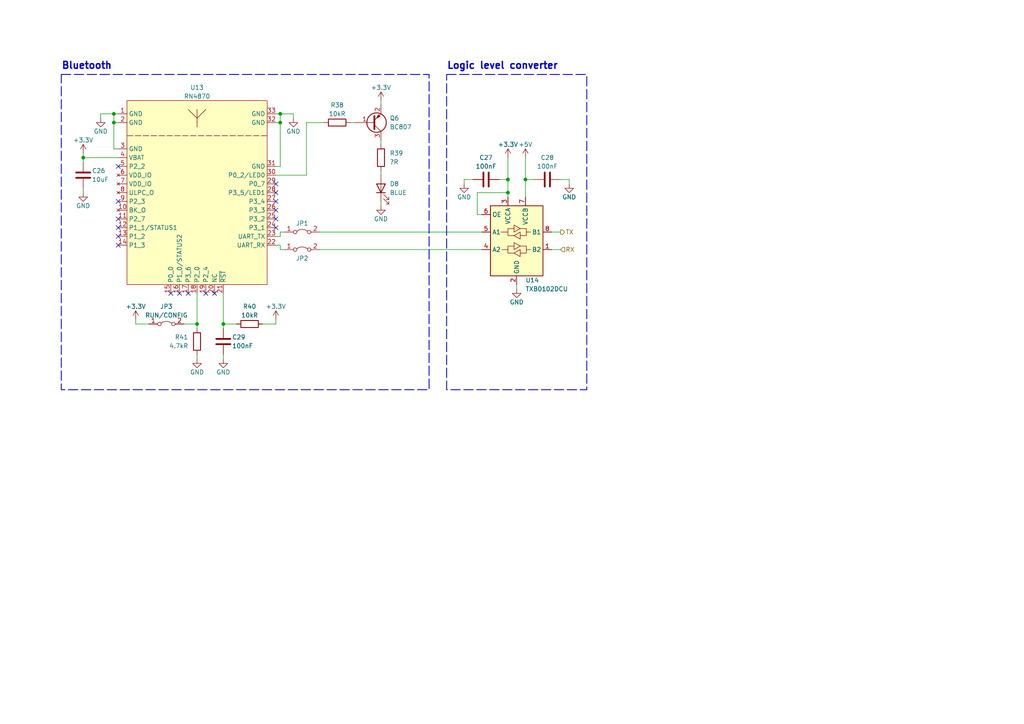
<source format=kicad_sch>
(kicad_sch (version 20230121) (generator eeschema)

  (uuid 9835eab6-cb5b-4db6-b46a-6a273450c629)

  (paper "A4")

  (lib_symbols
    (symbol "Autko:RN4870" (in_bom yes) (on_board yes)
      (property "Reference" "U" (at 0 30.48 0)
        (effects (font (size 1.27 1.27)))
      )
      (property "Value" "RN4870" (at 0 27.94 0)
        (effects (font (size 1.27 1.27)))
      )
      (property "Footprint" "" (at 12.7 30.48 0)
        (effects (font (size 1.27 1.27)) hide)
      )
      (property "Datasheet" "" (at 12.7 30.48 0)
        (effects (font (size 1.27 1.27)) hide)
      )
      (symbol "RN4870_0_1"
        (polyline
          (pts
            (xy 0 19.05)
            (xy 0 24.13)
          )
          (stroke (width 0) (type default))
          (fill (type none))
        )
        (polyline
          (pts
            (xy 2.54 24.13)
            (xy 0 21.59)
            (xy -2.54 24.13)
          )
          (stroke (width 0) (type default))
          (fill (type none))
        )
      )
      (symbol "RN4870_1_1"
        (rectangle (start -20.32 26.67) (end 20.32 -26.67)
          (stroke (width 0) (type default))
          (fill (type background))
        )
        (polyline
          (pts
            (xy 20.32 16.51)
            (xy -20.32 16.51)
          )
          (stroke (width 0) (type dash))
          (fill (type none))
        )
        (pin power_in line (at -22.86 22.86 0) (length 2.54)
          (name "GND" (effects (font (size 1.27 1.27))))
          (number "1" (effects (font (size 1.27 1.27))))
        )
        (pin no_connect line (at -22.86 -5.08 0) (length 2.54)
          (name "BK_O" (effects (font (size 1.27 1.27))))
          (number "10" (effects (font (size 1.27 1.27))))
        )
        (pin output line (at -22.86 -7.62 0) (length 2.54)
          (name "P2_7" (effects (font (size 1.27 1.27))))
          (number "11" (effects (font (size 1.27 1.27))))
        )
        (pin bidirectional line (at -22.86 -10.16 0) (length 2.54)
          (name "P1_1/STATUS1" (effects (font (size 1.27 1.27))))
          (number "12" (effects (font (size 1.27 1.27))))
        )
        (pin bidirectional line (at -22.86 -12.7 0) (length 2.54)
          (name "P1_2" (effects (font (size 1.27 1.27))))
          (number "13" (effects (font (size 1.27 1.27))))
        )
        (pin bidirectional line (at -22.86 -15.24 0) (length 2.54)
          (name "P1_3" (effects (font (size 1.27 1.27))))
          (number "14" (effects (font (size 1.27 1.27))))
        )
        (pin bidirectional line (at -7.62 -29.21 90) (length 2.54)
          (name "P0_0" (effects (font (size 1.27 1.27))))
          (number "15" (effects (font (size 1.27 1.27))))
        )
        (pin bidirectional line (at -5.08 -29.21 90) (length 2.54)
          (name "P1_0/STATUS2" (effects (font (size 1.27 1.27))))
          (number "16" (effects (font (size 1.27 1.27))))
        )
        (pin bidirectional line (at -2.54 -29.21 90) (length 2.54)
          (name "P3_6" (effects (font (size 1.27 1.27))))
          (number "17" (effects (font (size 1.27 1.27))))
        )
        (pin input line (at 0 -29.21 90) (length 2.54)
          (name "P2_0" (effects (font (size 1.27 1.27))))
          (number "18" (effects (font (size 1.27 1.27))))
        )
        (pin bidirectional line (at 2.54 -29.21 90) (length 2.54)
          (name "P2_4" (effects (font (size 1.27 1.27))))
          (number "19" (effects (font (size 1.27 1.27))))
        )
        (pin power_in line (at -22.86 20.32 0) (length 2.54)
          (name "GND" (effects (font (size 1.27 1.27))))
          (number "2" (effects (font (size 1.27 1.27))))
        )
        (pin no_connect line (at 5.08 -29.21 90) (length 2.54)
          (name "NC" (effects (font (size 1.27 1.27))))
          (number "20" (effects (font (size 1.27 1.27))))
        )
        (pin input line (at 7.62 -29.21 90) (length 2.54)
          (name "~{RST}" (effects (font (size 1.27 1.27))))
          (number "21" (effects (font (size 1.27 1.27))))
        )
        (pin input line (at 22.86 -15.24 180) (length 2.54)
          (name "UART_RX" (effects (font (size 1.27 1.27))))
          (number "22" (effects (font (size 1.27 1.27))))
        )
        (pin output line (at 22.86 -12.7 180) (length 2.54)
          (name "UART_TX" (effects (font (size 1.27 1.27))))
          (number "23" (effects (font (size 1.27 1.27))))
        )
        (pin bidirectional line (at 22.86 -10.16 180) (length 2.54)
          (name "P3_1" (effects (font (size 1.27 1.27))))
          (number "24" (effects (font (size 1.27 1.27))))
        )
        (pin input line (at 22.86 -7.62 180) (length 2.54)
          (name "P3_2" (effects (font (size 1.27 1.27))))
          (number "25" (effects (font (size 1.27 1.27))))
        )
        (pin input line (at 22.86 -5.08 180) (length 2.54)
          (name "P3_3" (effects (font (size 1.27 1.27))))
          (number "26" (effects (font (size 1.27 1.27))))
        )
        (pin input line (at 22.86 -2.54 180) (length 2.54)
          (name "P3_4" (effects (font (size 1.27 1.27))))
          (number "27" (effects (font (size 1.27 1.27))))
        )
        (pin bidirectional line (at 22.86 0 180) (length 2.54)
          (name "P3_5/LED1" (effects (font (size 1.27 1.27))))
          (number "28" (effects (font (size 1.27 1.27))))
        )
        (pin bidirectional line (at 22.86 2.54 180) (length 2.54)
          (name "P0_7" (effects (font (size 1.27 1.27))))
          (number "29" (effects (font (size 1.27 1.27))))
        )
        (pin power_in line (at -22.86 12.7 0) (length 2.54)
          (name "GND" (effects (font (size 1.27 1.27))))
          (number "3" (effects (font (size 1.27 1.27))))
        )
        (pin bidirectional line (at 22.86 5.08 180) (length 2.54)
          (name "P0_2/LED0" (effects (font (size 1.27 1.27))))
          (number "30" (effects (font (size 1.27 1.27))))
        )
        (pin power_in line (at 22.86 7.62 180) (length 2.54)
          (name "GND" (effects (font (size 1.27 1.27))))
          (number "31" (effects (font (size 1.27 1.27))))
        )
        (pin power_in line (at 22.86 20.32 180) (length 2.54)
          (name "GND" (effects (font (size 1.27 1.27))))
          (number "32" (effects (font (size 1.27 1.27))))
        )
        (pin power_in line (at 22.86 22.86 180) (length 2.54)
          (name "GND" (effects (font (size 1.27 1.27))))
          (number "33" (effects (font (size 1.27 1.27))))
        )
        (pin power_in line (at -22.86 10.16 0) (length 2.54)
          (name "VBAT" (effects (font (size 1.27 1.27))))
          (number "4" (effects (font (size 1.27 1.27))))
        )
        (pin bidirectional line (at -22.86 7.62 0) (length 2.54)
          (name "P2_2" (effects (font (size 1.27 1.27))))
          (number "5" (effects (font (size 1.27 1.27))))
        )
        (pin no_connect line (at -22.86 5.08 0) (length 2.54)
          (name "VDD_IO" (effects (font (size 1.27 1.27))))
          (number "6" (effects (font (size 1.27 1.27))))
        )
        (pin no_connect line (at -22.86 2.54 0) (length 2.54)
          (name "VDD_IO" (effects (font (size 1.27 1.27))))
          (number "7" (effects (font (size 1.27 1.27))))
        )
        (pin no_connect line (at -22.86 0 0) (length 2.54)
          (name "ULPC_O" (effects (font (size 1.27 1.27))))
          (number "8" (effects (font (size 1.27 1.27))))
        )
        (pin bidirectional line (at -22.86 -2.54 0) (length 2.54)
          (name "P2_3" (effects (font (size 1.27 1.27))))
          (number "9" (effects (font (size 1.27 1.27))))
        )
      )
    )
    (symbol "Device:C" (pin_numbers hide) (pin_names (offset 0.254)) (in_bom yes) (on_board yes)
      (property "Reference" "C" (at 0.635 2.54 0)
        (effects (font (size 1.27 1.27)) (justify left))
      )
      (property "Value" "C" (at 0.635 -2.54 0)
        (effects (font (size 1.27 1.27)) (justify left))
      )
      (property "Footprint" "" (at 0.9652 -3.81 0)
        (effects (font (size 1.27 1.27)) hide)
      )
      (property "Datasheet" "~" (at 0 0 0)
        (effects (font (size 1.27 1.27)) hide)
      )
      (property "ki_keywords" "cap capacitor" (at 0 0 0)
        (effects (font (size 1.27 1.27)) hide)
      )
      (property "ki_description" "Unpolarized capacitor" (at 0 0 0)
        (effects (font (size 1.27 1.27)) hide)
      )
      (property "ki_fp_filters" "C_*" (at 0 0 0)
        (effects (font (size 1.27 1.27)) hide)
      )
      (symbol "C_0_1"
        (polyline
          (pts
            (xy -2.032 -0.762)
            (xy 2.032 -0.762)
          )
          (stroke (width 0.508) (type default))
          (fill (type none))
        )
        (polyline
          (pts
            (xy -2.032 0.762)
            (xy 2.032 0.762)
          )
          (stroke (width 0.508) (type default))
          (fill (type none))
        )
      )
      (symbol "C_1_1"
        (pin passive line (at 0 3.81 270) (length 2.794)
          (name "~" (effects (font (size 1.27 1.27))))
          (number "1" (effects (font (size 1.27 1.27))))
        )
        (pin passive line (at 0 -3.81 90) (length 2.794)
          (name "~" (effects (font (size 1.27 1.27))))
          (number "2" (effects (font (size 1.27 1.27))))
        )
      )
    )
    (symbol "Device:LED" (pin_numbers hide) (pin_names (offset 1.016) hide) (in_bom yes) (on_board yes)
      (property "Reference" "D" (at 0 2.54 0)
        (effects (font (size 1.27 1.27)))
      )
      (property "Value" "LED" (at 0 -2.54 0)
        (effects (font (size 1.27 1.27)))
      )
      (property "Footprint" "" (at 0 0 0)
        (effects (font (size 1.27 1.27)) hide)
      )
      (property "Datasheet" "~" (at 0 0 0)
        (effects (font (size 1.27 1.27)) hide)
      )
      (property "ki_keywords" "LED diode" (at 0 0 0)
        (effects (font (size 1.27 1.27)) hide)
      )
      (property "ki_description" "Light emitting diode" (at 0 0 0)
        (effects (font (size 1.27 1.27)) hide)
      )
      (property "ki_fp_filters" "LED* LED_SMD:* LED_THT:*" (at 0 0 0)
        (effects (font (size 1.27 1.27)) hide)
      )
      (symbol "LED_0_1"
        (polyline
          (pts
            (xy -1.27 -1.27)
            (xy -1.27 1.27)
          )
          (stroke (width 0.254) (type default))
          (fill (type none))
        )
        (polyline
          (pts
            (xy -1.27 0)
            (xy 1.27 0)
          )
          (stroke (width 0) (type default))
          (fill (type none))
        )
        (polyline
          (pts
            (xy 1.27 -1.27)
            (xy 1.27 1.27)
            (xy -1.27 0)
            (xy 1.27 -1.27)
          )
          (stroke (width 0.254) (type default))
          (fill (type none))
        )
        (polyline
          (pts
            (xy -3.048 -0.762)
            (xy -4.572 -2.286)
            (xy -3.81 -2.286)
            (xy -4.572 -2.286)
            (xy -4.572 -1.524)
          )
          (stroke (width 0) (type default))
          (fill (type none))
        )
        (polyline
          (pts
            (xy -1.778 -0.762)
            (xy -3.302 -2.286)
            (xy -2.54 -2.286)
            (xy -3.302 -2.286)
            (xy -3.302 -1.524)
          )
          (stroke (width 0) (type default))
          (fill (type none))
        )
      )
      (symbol "LED_1_1"
        (pin passive line (at -3.81 0 0) (length 2.54)
          (name "K" (effects (font (size 1.27 1.27))))
          (number "1" (effects (font (size 1.27 1.27))))
        )
        (pin passive line (at 3.81 0 180) (length 2.54)
          (name "A" (effects (font (size 1.27 1.27))))
          (number "2" (effects (font (size 1.27 1.27))))
        )
      )
    )
    (symbol "Device:R" (pin_numbers hide) (pin_names (offset 0)) (in_bom yes) (on_board yes)
      (property "Reference" "R" (at 2.032 0 90)
        (effects (font (size 1.27 1.27)))
      )
      (property "Value" "R" (at 0 0 90)
        (effects (font (size 1.27 1.27)))
      )
      (property "Footprint" "" (at -1.778 0 90)
        (effects (font (size 1.27 1.27)) hide)
      )
      (property "Datasheet" "~" (at 0 0 0)
        (effects (font (size 1.27 1.27)) hide)
      )
      (property "ki_keywords" "R res resistor" (at 0 0 0)
        (effects (font (size 1.27 1.27)) hide)
      )
      (property "ki_description" "Resistor" (at 0 0 0)
        (effects (font (size 1.27 1.27)) hide)
      )
      (property "ki_fp_filters" "R_*" (at 0 0 0)
        (effects (font (size 1.27 1.27)) hide)
      )
      (symbol "R_0_1"
        (rectangle (start -1.016 -2.54) (end 1.016 2.54)
          (stroke (width 0.254) (type default))
          (fill (type none))
        )
      )
      (symbol "R_1_1"
        (pin passive line (at 0 3.81 270) (length 1.27)
          (name "~" (effects (font (size 1.27 1.27))))
          (number "1" (effects (font (size 1.27 1.27))))
        )
        (pin passive line (at 0 -3.81 90) (length 1.27)
          (name "~" (effects (font (size 1.27 1.27))))
          (number "2" (effects (font (size 1.27 1.27))))
        )
      )
    )
    (symbol "Jumper:Jumper_2_Bridged" (pin_names (offset 0) hide) (in_bom yes) (on_board yes)
      (property "Reference" "JP" (at 0 1.905 0)
        (effects (font (size 1.27 1.27)))
      )
      (property "Value" "Jumper_2_Bridged" (at 0 -2.54 0)
        (effects (font (size 1.27 1.27)))
      )
      (property "Footprint" "" (at 0 0 0)
        (effects (font (size 1.27 1.27)) hide)
      )
      (property "Datasheet" "~" (at 0 0 0)
        (effects (font (size 1.27 1.27)) hide)
      )
      (property "ki_keywords" "Jumper SPST" (at 0 0 0)
        (effects (font (size 1.27 1.27)) hide)
      )
      (property "ki_description" "Jumper, 2-pole, closed/bridged" (at 0 0 0)
        (effects (font (size 1.27 1.27)) hide)
      )
      (property "ki_fp_filters" "Jumper* TestPoint*2Pads* TestPoint*Bridge*" (at 0 0 0)
        (effects (font (size 1.27 1.27)) hide)
      )
      (symbol "Jumper_2_Bridged_0_0"
        (circle (center -2.032 0) (radius 0.508)
          (stroke (width 0) (type default))
          (fill (type none))
        )
        (circle (center 2.032 0) (radius 0.508)
          (stroke (width 0) (type default))
          (fill (type none))
        )
      )
      (symbol "Jumper_2_Bridged_0_1"
        (arc (start 1.524 0.254) (mid 0 0.762) (end -1.524 0.254)
          (stroke (width 0) (type default))
          (fill (type none))
        )
      )
      (symbol "Jumper_2_Bridged_1_1"
        (pin passive line (at -5.08 0 0) (length 2.54)
          (name "A" (effects (font (size 1.27 1.27))))
          (number "1" (effects (font (size 1.27 1.27))))
        )
        (pin passive line (at 5.08 0 180) (length 2.54)
          (name "B" (effects (font (size 1.27 1.27))))
          (number "2" (effects (font (size 1.27 1.27))))
        )
      )
    )
    (symbol "Logic_LevelTranslator:TXB0102DCU" (in_bom yes) (on_board yes)
      (property "Reference" "U?" (at 1.9559 -12.7 0)
        (effects (font (size 1.27 1.27)) (justify left))
      )
      (property "Value" "TXB0102DCU" (at 1.9559 -15.24 0)
        (effects (font (size 1.27 1.27)) (justify left))
      )
      (property "Footprint" "Package_SO:VSSOP-8_2.4x2.1mm_P0.5mm" (at 0 -13.97 0)
        (effects (font (size 1.27 1.27)) hide)
      )
      (property "Datasheet" "http://www.ti.com/lit/ds/symlink/txb0102.pdf" (at 0 -0.762 0)
        (effects (font (size 1.27 1.27)) hide)
      )
      (property "ki_keywords" "Level-Shifter CMOS-TTL-Translation" (at 0 0 0)
        (effects (font (size 1.27 1.27)) hide)
      )
      (property "ki_description" "2-Bit Bidirectional Voltage-Level Translator in VSSOP Package With Auto Direction Sensing and ±15-kV ESD Protection" (at 0 0 0)
        (effects (font (size 1.27 1.27)) hide)
      )
      (property "ki_fp_filters" "VSSOP*P0.5mm*" (at 0 0 0)
        (effects (font (size 1.27 1.27)) hide)
      )
      (symbol "TXB0102DCU_0_1"
        (rectangle (start -7.62 10.16) (end 7.62 -10.16)
          (stroke (width 0.254) (type default))
          (fill (type background))
        )
        (polyline
          (pts
            (xy -2.54 -2.54)
            (xy -2.54 -1.524)
            (xy -0.762 -1.524)
          )
          (stroke (width 0) (type default))
          (fill (type none))
        )
        (polyline
          (pts
            (xy -2.54 2.54)
            (xy -2.54 3.556)
            (xy -0.762 3.556)
          )
          (stroke (width 0) (type default))
          (fill (type none))
        )
        (polyline
          (pts
            (xy 2.794 -2.54)
            (xy 2.794 -3.556)
            (xy 1.016 -3.556)
          )
          (stroke (width 0) (type default))
          (fill (type none))
        )
        (polyline
          (pts
            (xy 2.794 2.54)
            (xy 2.794 1.524)
            (xy 1.016 1.524)
          )
          (stroke (width 0) (type default))
          (fill (type none))
        )
        (polyline
          (pts
            (xy -0.762 -3.556)
            (xy -2.54 -3.556)
            (xy -2.54 -2.54)
            (xy -4.318 -2.54)
          )
          (stroke (width 0) (type default))
          (fill (type none))
        )
        (polyline
          (pts
            (xy -0.762 -2.54)
            (xy -0.762 -0.508)
            (xy 1.016 -1.524)
            (xy -0.762 -2.54)
          )
          (stroke (width 0) (type default))
          (fill (type none))
        )
        (polyline
          (pts
            (xy -0.762 1.524)
            (xy -2.54 1.524)
            (xy -2.54 2.54)
            (xy -4.572 2.54)
          )
          (stroke (width 0) (type default))
          (fill (type none))
        )
        (polyline
          (pts
            (xy -0.762 2.54)
            (xy -0.762 4.572)
            (xy 1.016 3.556)
            (xy -0.762 2.54)
          )
          (stroke (width 0) (type default))
          (fill (type none))
        )
        (polyline
          (pts
            (xy 1.016 -2.54)
            (xy 1.016 -4.572)
            (xy -0.762 -3.556)
            (xy 1.016 -2.54)
          )
          (stroke (width 0) (type default))
          (fill (type none))
        )
        (polyline
          (pts
            (xy 1.016 -1.524)
            (xy 2.794 -1.524)
            (xy 2.794 -2.54)
            (xy 4.064 -2.54)
          )
          (stroke (width 0) (type default))
          (fill (type none))
        )
        (polyline
          (pts
            (xy 1.016 3.556)
            (xy 2.794 3.556)
            (xy 2.794 2.54)
            (xy 4.064 2.54)
          )
          (stroke (width 0) (type default))
          (fill (type none))
        )
        (polyline
          (pts
            (xy 1.016 2.54)
            (xy 1.016 0.762)
            (xy 1.016 0.508)
            (xy -0.762 1.524)
            (xy 1.016 2.54)
          )
          (stroke (width 0) (type default))
          (fill (type none))
        )
      )
      (symbol "TXB0102DCU_1_1"
        (pin bidirectional line (at 10.16 -2.54 180) (length 2.54)
          (name "B2" (effects (font (size 1.27 1.27))))
          (number "1" (effects (font (size 1.27 1.27))))
        )
        (pin power_in line (at 0 -12.7 90) (length 2.54)
          (name "GND" (effects (font (size 1.27 1.27))))
          (number "2" (effects (font (size 1.27 1.27))))
        )
        (pin power_in line (at -2.54 12.7 270) (length 2.54)
          (name "VCCA" (effects (font (size 1.27 1.27))))
          (number "3" (effects (font (size 1.27 1.27))))
        )
        (pin bidirectional line (at -10.16 -2.54 0) (length 2.54)
          (name "A2" (effects (font (size 1.27 1.27))))
          (number "4" (effects (font (size 1.27 1.27))))
        )
        (pin bidirectional line (at -10.16 2.54 0) (length 2.54)
          (name "A1" (effects (font (size 1.27 1.27))))
          (number "5" (effects (font (size 1.27 1.27))))
        )
        (pin input line (at -10.16 7.62 0) (length 2.54)
          (name "OE" (effects (font (size 1.27 1.27))))
          (number "6" (effects (font (size 1.27 1.27))))
        )
        (pin power_in line (at 2.54 12.7 270) (length 2.54)
          (name "VCCB" (effects (font (size 1.27 1.27))))
          (number "7" (effects (font (size 1.27 1.27))))
        )
        (pin bidirectional line (at 10.16 2.54 180) (length 2.54)
          (name "B1" (effects (font (size 1.27 1.27))))
          (number "8" (effects (font (size 1.27 1.27))))
        )
      )
    )
    (symbol "Transistor_BJT:BC807" (pin_names (offset 0) hide) (in_bom yes) (on_board yes)
      (property "Reference" "Q" (at 5.08 1.905 0)
        (effects (font (size 1.27 1.27)) (justify left))
      )
      (property "Value" "BC807" (at 5.08 0 0)
        (effects (font (size 1.27 1.27)) (justify left))
      )
      (property "Footprint" "Package_TO_SOT_SMD:SOT-23" (at 5.08 -1.905 0)
        (effects (font (size 1.27 1.27) italic) (justify left) hide)
      )
      (property "Datasheet" "https://www.onsemi.com/pub/Collateral/BC808-D.pdf" (at 0 0 0)
        (effects (font (size 1.27 1.27)) (justify left) hide)
      )
      (property "ki_keywords" "PNP Transistor" (at 0 0 0)
        (effects (font (size 1.27 1.27)) hide)
      )
      (property "ki_description" "0.8A Ic, 45V Vce, PNP Transistor, SOT-23" (at 0 0 0)
        (effects (font (size 1.27 1.27)) hide)
      )
      (property "ki_fp_filters" "SOT?23*" (at 0 0 0)
        (effects (font (size 1.27 1.27)) hide)
      )
      (symbol "BC807_0_1"
        (polyline
          (pts
            (xy 0.635 0.635)
            (xy 2.54 2.54)
          )
          (stroke (width 0) (type default))
          (fill (type none))
        )
        (polyline
          (pts
            (xy 0.635 -0.635)
            (xy 2.54 -2.54)
            (xy 2.54 -2.54)
          )
          (stroke (width 0) (type default))
          (fill (type none))
        )
        (polyline
          (pts
            (xy 0.635 1.905)
            (xy 0.635 -1.905)
            (xy 0.635 -1.905)
          )
          (stroke (width 0.508) (type default))
          (fill (type none))
        )
        (polyline
          (pts
            (xy 2.286 -1.778)
            (xy 1.778 -2.286)
            (xy 1.27 -1.27)
            (xy 2.286 -1.778)
            (xy 2.286 -1.778)
          )
          (stroke (width 0) (type default))
          (fill (type outline))
        )
        (circle (center 1.27 0) (radius 2.8194)
          (stroke (width 0.254) (type default))
          (fill (type none))
        )
      )
      (symbol "BC807_1_1"
        (pin input line (at -5.08 0 0) (length 5.715)
          (name "B" (effects (font (size 1.27 1.27))))
          (number "1" (effects (font (size 1.27 1.27))))
        )
        (pin passive line (at 2.54 -5.08 90) (length 2.54)
          (name "E" (effects (font (size 1.27 1.27))))
          (number "2" (effects (font (size 1.27 1.27))))
        )
        (pin passive line (at 2.54 5.08 270) (length 2.54)
          (name "C" (effects (font (size 1.27 1.27))))
          (number "3" (effects (font (size 1.27 1.27))))
        )
      )
    )
    (symbol "power:+3.3V" (power) (pin_names (offset 0)) (in_bom yes) (on_board yes)
      (property "Reference" "#PWR" (at 0 -3.81 0)
        (effects (font (size 1.27 1.27)) hide)
      )
      (property "Value" "+3.3V" (at 0 3.556 0)
        (effects (font (size 1.27 1.27)))
      )
      (property "Footprint" "" (at 0 0 0)
        (effects (font (size 1.27 1.27)) hide)
      )
      (property "Datasheet" "" (at 0 0 0)
        (effects (font (size 1.27 1.27)) hide)
      )
      (property "ki_keywords" "global power" (at 0 0 0)
        (effects (font (size 1.27 1.27)) hide)
      )
      (property "ki_description" "Power symbol creates a global label with name \"+3.3V\"" (at 0 0 0)
        (effects (font (size 1.27 1.27)) hide)
      )
      (symbol "+3.3V_0_1"
        (polyline
          (pts
            (xy -0.762 1.27)
            (xy 0 2.54)
          )
          (stroke (width 0) (type default))
          (fill (type none))
        )
        (polyline
          (pts
            (xy 0 0)
            (xy 0 2.54)
          )
          (stroke (width 0) (type default))
          (fill (type none))
        )
        (polyline
          (pts
            (xy 0 2.54)
            (xy 0.762 1.27)
          )
          (stroke (width 0) (type default))
          (fill (type none))
        )
      )
      (symbol "+3.3V_1_1"
        (pin power_in line (at 0 0 90) (length 0) hide
          (name "+3.3V" (effects (font (size 1.27 1.27))))
          (number "1" (effects (font (size 1.27 1.27))))
        )
      )
    )
    (symbol "power:+5V" (power) (pin_names (offset 0)) (in_bom yes) (on_board yes)
      (property "Reference" "#PWR" (at 0 -3.81 0)
        (effects (font (size 1.27 1.27)) hide)
      )
      (property "Value" "+5V" (at 0 3.556 0)
        (effects (font (size 1.27 1.27)))
      )
      (property "Footprint" "" (at 0 0 0)
        (effects (font (size 1.27 1.27)) hide)
      )
      (property "Datasheet" "" (at 0 0 0)
        (effects (font (size 1.27 1.27)) hide)
      )
      (property "ki_keywords" "global power" (at 0 0 0)
        (effects (font (size 1.27 1.27)) hide)
      )
      (property "ki_description" "Power symbol creates a global label with name \"+5V\"" (at 0 0 0)
        (effects (font (size 1.27 1.27)) hide)
      )
      (symbol "+5V_0_1"
        (polyline
          (pts
            (xy -0.762 1.27)
            (xy 0 2.54)
          )
          (stroke (width 0) (type default))
          (fill (type none))
        )
        (polyline
          (pts
            (xy 0 0)
            (xy 0 2.54)
          )
          (stroke (width 0) (type default))
          (fill (type none))
        )
        (polyline
          (pts
            (xy 0 2.54)
            (xy 0.762 1.27)
          )
          (stroke (width 0) (type default))
          (fill (type none))
        )
      )
      (symbol "+5V_1_1"
        (pin power_in line (at 0 0 90) (length 0) hide
          (name "+5V" (effects (font (size 1.27 1.27))))
          (number "1" (effects (font (size 1.27 1.27))))
        )
      )
    )
    (symbol "power:GND" (power) (pin_names (offset 0)) (in_bom yes) (on_board yes)
      (property "Reference" "#PWR" (at 0 -6.35 0)
        (effects (font (size 1.27 1.27)) hide)
      )
      (property "Value" "GND" (at 0 -3.81 0)
        (effects (font (size 1.27 1.27)))
      )
      (property "Footprint" "" (at 0 0 0)
        (effects (font (size 1.27 1.27)) hide)
      )
      (property "Datasheet" "" (at 0 0 0)
        (effects (font (size 1.27 1.27)) hide)
      )
      (property "ki_keywords" "global power" (at 0 0 0)
        (effects (font (size 1.27 1.27)) hide)
      )
      (property "ki_description" "Power symbol creates a global label with name \"GND\" , ground" (at 0 0 0)
        (effects (font (size 1.27 1.27)) hide)
      )
      (symbol "GND_0_1"
        (polyline
          (pts
            (xy 0 0)
            (xy 0 -1.27)
            (xy 1.27 -1.27)
            (xy 0 -2.54)
            (xy -1.27 -1.27)
            (xy 0 -1.27)
          )
          (stroke (width 0) (type default))
          (fill (type none))
        )
      )
      (symbol "GND_1_1"
        (pin power_in line (at 0 0 270) (length 0) hide
          (name "GND" (effects (font (size 1.27 1.27))))
          (number "1" (effects (font (size 1.27 1.27))))
        )
      )
    )
  )

  (junction (at 147.32 52.07) (diameter 0) (color 0 0 0 0)
    (uuid 1005fb91-33ba-49ee-8aa1-494845cbd753)
  )
  (junction (at 33.02 33.02) (diameter 0) (color 0 0 0 0)
    (uuid 29d096da-0de2-449e-868e-a7bbd6ca7f32)
  )
  (junction (at 57.15 93.98) (diameter 0) (color 0 0 0 0)
    (uuid 3365341c-c8a7-465f-a37e-0657ebb07929)
  )
  (junction (at 81.28 33.02) (diameter 0) (color 0 0 0 0)
    (uuid 34bb5742-ac84-4850-9fb6-7f21ec0d8de9)
  )
  (junction (at 24.13 45.72) (diameter 0) (color 0 0 0 0)
    (uuid 4ce9e62f-adb4-486c-9599-ea33860a7d0a)
  )
  (junction (at 64.77 93.98) (diameter 0) (color 0 0 0 0)
    (uuid 63c74cf5-5426-448b-ad52-dbe78db3f539)
  )
  (junction (at 147.32 55.88) (diameter 0) (color 0 0 0 0)
    (uuid 6b95c87e-f9ab-41bf-82cb-270d8128cc46)
  )
  (junction (at 152.4 52.07) (diameter 0) (color 0 0 0 0)
    (uuid 80868b0b-3ab0-412c-9b65-625091fa99ff)
  )
  (junction (at 33.02 35.56) (diameter 0) (color 0 0 0 0)
    (uuid df223074-a7a6-4a8a-9814-48d7509b91b1)
  )
  (junction (at 81.28 35.56) (diameter 0) (color 0 0 0 0)
    (uuid f97b396f-cca8-4bb4-b96c-8c51431b5c79)
  )

  (no_connect (at 80.01 60.96) (uuid 076d9f91-e9d8-45f9-be17-c3f4684c759e))
  (no_connect (at 80.01 55.88) (uuid 0e362fcb-3fde-47f7-ac25-677f1fdab6e6))
  (no_connect (at 34.29 63.5) (uuid 16bd75f5-f562-454a-8c0b-5d3a7004cdbf))
  (no_connect (at 59.69 85.09) (uuid 17050428-f046-4962-9454-28da9923f977))
  (no_connect (at 54.61 85.09) (uuid 2343c955-018a-462f-ad79-17948c6bdd80))
  (no_connect (at 80.01 66.04) (uuid 2ec85f8a-7be6-4476-91dd-ca5a29b18236))
  (no_connect (at 34.29 48.26) (uuid 44190336-ef0d-4930-a24c-e2ffe09daeb9))
  (no_connect (at 34.29 71.12) (uuid 45efc2e2-a27d-4b9e-a853-b778990f34ad))
  (no_connect (at 80.01 58.42) (uuid 58fb434c-58e1-419b-b2b3-7290b032a6ab))
  (no_connect (at 49.53 85.09) (uuid 68a5c53e-8479-4a10-9cb8-11bc1773588d))
  (no_connect (at 80.01 53.34) (uuid 6adcfe9a-c188-48f7-a840-efd6720e068d))
  (no_connect (at 62.23 85.09) (uuid cbc58cab-1122-4415-b8d5-3dd8c43f3b16))
  (no_connect (at 34.29 68.58) (uuid d001a206-b254-4b07-b182-70d5cb350743))
  (no_connect (at 52.07 85.09) (uuid dcc55cde-9e34-4aa9-b8a4-e0abe58479e2))
  (no_connect (at 80.01 63.5) (uuid e32df1ea-1675-46ba-a293-b2af366ad4db))
  (no_connect (at 34.29 58.42) (uuid f2412826-0353-4115-8ae1-cbaf53d7d75c))
  (no_connect (at 34.29 66.04) (uuid fafb42e5-c1fb-4563-9a2c-2ce87bd5e5b2))

  (wire (pts (xy 88.9 50.8) (xy 88.9 35.56))
    (stroke (width 0) (type default))
    (uuid 008570be-3db9-46c9-b408-9200d058d451)
  )
  (wire (pts (xy 165.1 53.34) (xy 165.1 52.07))
    (stroke (width 0) (type default))
    (uuid 05161038-6b4d-40e4-b50f-bc3b5342172c)
  )
  (wire (pts (xy 81.28 71.12) (xy 80.01 71.12))
    (stroke (width 0) (type default))
    (uuid 08bd65b6-c366-44f8-b07d-880bd316d776)
  )
  (wire (pts (xy 24.13 45.72) (xy 34.29 45.72))
    (stroke (width 0) (type default))
    (uuid 0fff56a4-2c31-4c8f-83aa-99dfd8005ede)
  )
  (wire (pts (xy 29.21 33.02) (xy 33.02 33.02))
    (stroke (width 0) (type default))
    (uuid 1df9adc7-7bcd-4585-8951-913cac6e1a5d)
  )
  (wire (pts (xy 152.4 45.72) (xy 152.4 52.07))
    (stroke (width 0) (type default))
    (uuid 2789a526-b7d8-4702-a3a9-0659aed78f26)
  )
  (wire (pts (xy 138.43 62.23) (xy 139.7 62.23))
    (stroke (width 0) (type default))
    (uuid 2bd04a06-07b3-4a46-9609-2c1560756718)
  )
  (wire (pts (xy 110.49 58.42) (xy 110.49 59.69))
    (stroke (width 0) (type default))
    (uuid 2f6ecbf4-5be9-431c-8067-9d047ed86e65)
  )
  (wire (pts (xy 152.4 52.07) (xy 154.94 52.07))
    (stroke (width 0) (type default))
    (uuid 305deed4-8fa7-47c9-96b3-3c808ccd7756)
  )
  (wire (pts (xy 101.6 35.56) (xy 102.87 35.56))
    (stroke (width 0) (type default))
    (uuid 30d45aa1-c903-47be-829b-af952a2c3811)
  )
  (wire (pts (xy 24.13 45.72) (xy 24.13 46.99))
    (stroke (width 0) (type default))
    (uuid 31667d75-3705-471e-9baf-8412f751849e)
  )
  (wire (pts (xy 92.71 72.39) (xy 139.7 72.39))
    (stroke (width 0) (type default))
    (uuid 34722455-94f6-4d85-9a31-f3f92729c56d)
  )
  (wire (pts (xy 81.28 68.58) (xy 80.01 68.58))
    (stroke (width 0) (type default))
    (uuid 35bcfa82-2459-4f5e-b8df-20151bfebdea)
  )
  (wire (pts (xy 81.28 72.39) (xy 81.28 71.12))
    (stroke (width 0) (type default))
    (uuid 35f27da1-8c8d-42a5-a999-4e09d2930a92)
  )
  (wire (pts (xy 138.43 55.88) (xy 138.43 62.23))
    (stroke (width 0) (type default))
    (uuid 37341a18-1bdc-4848-98f6-50afe564e3b5)
  )
  (wire (pts (xy 81.28 33.02) (xy 80.01 33.02))
    (stroke (width 0) (type default))
    (uuid 4355efda-d412-4dcb-9693-fd233368a181)
  )
  (wire (pts (xy 57.15 93.98) (xy 57.15 95.25))
    (stroke (width 0) (type default))
    (uuid 481e80c1-aa3b-4df9-8f7e-107a9b35804b)
  )
  (wire (pts (xy 85.09 33.02) (xy 81.28 33.02))
    (stroke (width 0) (type default))
    (uuid 49334919-1474-4036-8ff5-957f7eb37b7c)
  )
  (wire (pts (xy 57.15 85.09) (xy 57.15 93.98))
    (stroke (width 0) (type default))
    (uuid 4b941ee6-8185-4e82-bcc9-3f625e4e45ab)
  )
  (wire (pts (xy 147.32 55.88) (xy 147.32 57.15))
    (stroke (width 0) (type default))
    (uuid 4bbf231b-79ed-4ae3-b969-fc080fb587ac)
  )
  (wire (pts (xy 64.77 93.98) (xy 64.77 95.25))
    (stroke (width 0) (type default))
    (uuid 4d0366b2-59cd-4aa3-82b1-22aabe5f1fe4)
  )
  (wire (pts (xy 64.77 102.87) (xy 64.77 104.14))
    (stroke (width 0) (type default))
    (uuid 54d005e9-d174-475e-a9b1-bc1102680f14)
  )
  (wire (pts (xy 29.21 34.29) (xy 29.21 33.02))
    (stroke (width 0) (type default))
    (uuid 550e46a6-9ce3-4b3c-ae67-c531a111c037)
  )
  (wire (pts (xy 149.86 82.55) (xy 149.86 83.82))
    (stroke (width 0) (type default))
    (uuid 55be34f4-c858-4090-820b-3d6f3fd655fa)
  )
  (wire (pts (xy 160.02 72.39) (xy 162.56 72.39))
    (stroke (width 0) (type default))
    (uuid 58c83c41-616e-450f-81f5-64aa89d0dfcc)
  )
  (wire (pts (xy 81.28 33.02) (xy 81.28 35.56))
    (stroke (width 0) (type default))
    (uuid 704f5443-1dba-487d-8a89-1d786be0c213)
  )
  (wire (pts (xy 33.02 43.18) (xy 34.29 43.18))
    (stroke (width 0) (type default))
    (uuid 727bc469-1e74-4f1f-90e5-38f697e3c48e)
  )
  (wire (pts (xy 39.37 93.98) (xy 43.18 93.98))
    (stroke (width 0) (type default))
    (uuid 73355f5f-7bc7-4626-963a-2edb03f5f881)
  )
  (wire (pts (xy 53.34 93.98) (xy 57.15 93.98))
    (stroke (width 0) (type default))
    (uuid 777b1005-6e75-4cb1-a0ad-3d25e762873f)
  )
  (wire (pts (xy 134.62 53.34) (xy 134.62 52.07))
    (stroke (width 0) (type default))
    (uuid 7832ffe4-01c3-4195-a55f-61a67102eadf)
  )
  (wire (pts (xy 33.02 35.56) (xy 33.02 43.18))
    (stroke (width 0) (type default))
    (uuid 7a6e5880-7198-40fd-b649-966341baa650)
  )
  (wire (pts (xy 80.01 92.71) (xy 80.01 93.98))
    (stroke (width 0) (type default))
    (uuid 7b468408-37e2-4e4a-af54-624fbb1f06bb)
  )
  (wire (pts (xy 134.62 52.07) (xy 137.16 52.07))
    (stroke (width 0) (type default))
    (uuid 7de2684e-e681-46c8-a6c1-be35f4b4d6aa)
  )
  (wire (pts (xy 81.28 35.56) (xy 81.28 48.26))
    (stroke (width 0) (type default))
    (uuid 84634004-4243-44e3-90b6-04d5da76ea68)
  )
  (wire (pts (xy 92.71 67.31) (xy 139.7 67.31))
    (stroke (width 0) (type default))
    (uuid 8a2c9512-d5c9-4beb-8b1e-b1a61ab18619)
  )
  (wire (pts (xy 80.01 50.8) (xy 88.9 50.8))
    (stroke (width 0) (type default))
    (uuid 8e2e5ea4-889e-4365-89e4-8d8fd90060a2)
  )
  (wire (pts (xy 144.78 52.07) (xy 147.32 52.07))
    (stroke (width 0) (type default))
    (uuid 8f3a44df-5dbe-4cac-ab51-77e0c30f8e8c)
  )
  (wire (pts (xy 33.02 33.02) (xy 34.29 33.02))
    (stroke (width 0) (type default))
    (uuid 91966e78-07f7-4c6c-8045-cb8c96f8c51c)
  )
  (wire (pts (xy 147.32 55.88) (xy 138.43 55.88))
    (stroke (width 0) (type default))
    (uuid 9e051f00-e310-4741-a165-6397b873fab5)
  )
  (wire (pts (xy 110.49 29.21) (xy 110.49 30.48))
    (stroke (width 0) (type default))
    (uuid a1ad74e4-ee3e-4b9a-90fc-bfe6a43dc90c)
  )
  (wire (pts (xy 152.4 52.07) (xy 152.4 57.15))
    (stroke (width 0) (type default))
    (uuid a1cd4715-4cfe-4a88-b6e1-ce4eec521b2a)
  )
  (wire (pts (xy 81.28 72.39) (xy 82.55 72.39))
    (stroke (width 0) (type default))
    (uuid a304cb1a-b648-45af-a3c5-56808c2fcd9b)
  )
  (wire (pts (xy 24.13 44.45) (xy 24.13 45.72))
    (stroke (width 0) (type default))
    (uuid a500da72-86df-4d53-b0bf-42dbd7debf3f)
  )
  (wire (pts (xy 57.15 102.87) (xy 57.15 104.14))
    (stroke (width 0) (type default))
    (uuid ac70da65-732d-441a-90f7-59e9302e8576)
  )
  (wire (pts (xy 81.28 67.31) (xy 82.55 67.31))
    (stroke (width 0) (type default))
    (uuid aeee43d4-9e9a-409b-9550-767f31612f72)
  )
  (wire (pts (xy 33.02 33.02) (xy 33.02 35.56))
    (stroke (width 0) (type default))
    (uuid bafbd165-db6e-4450-ba66-cc812b7ea729)
  )
  (wire (pts (xy 85.09 34.29) (xy 85.09 33.02))
    (stroke (width 0) (type default))
    (uuid c1a03a62-5f52-4698-a686-758a7496a977)
  )
  (wire (pts (xy 110.49 40.64) (xy 110.49 41.91))
    (stroke (width 0) (type default))
    (uuid c3210457-fe28-4909-9763-fdcfe9502b49)
  )
  (wire (pts (xy 81.28 68.58) (xy 81.28 67.31))
    (stroke (width 0) (type default))
    (uuid c3d1005d-819f-4c58-8540-318365beb514)
  )
  (wire (pts (xy 39.37 92.71) (xy 39.37 93.98))
    (stroke (width 0) (type default))
    (uuid c61cbf66-b7cb-4dc7-b6ae-e3f00eeddf4f)
  )
  (wire (pts (xy 24.13 54.61) (xy 24.13 55.88))
    (stroke (width 0) (type default))
    (uuid c6211e9f-45cf-4a34-88c0-8e556ab90133)
  )
  (wire (pts (xy 33.02 35.56) (xy 34.29 35.56))
    (stroke (width 0) (type default))
    (uuid cb466cc7-6363-46b4-adcf-1fd089e4f82f)
  )
  (wire (pts (xy 147.32 52.07) (xy 147.32 55.88))
    (stroke (width 0) (type default))
    (uuid d3c01b2f-e0fe-4000-94e9-cda1e13ffc51)
  )
  (wire (pts (xy 80.01 35.56) (xy 81.28 35.56))
    (stroke (width 0) (type default))
    (uuid da504db8-cd62-453c-b734-769ff677cee5)
  )
  (wire (pts (xy 147.32 45.72) (xy 147.32 52.07))
    (stroke (width 0) (type default))
    (uuid db1646f1-baf3-49a0-ab4f-09f497c886fc)
  )
  (wire (pts (xy 88.9 35.56) (xy 93.98 35.56))
    (stroke (width 0) (type default))
    (uuid db7ffab5-c1e3-4641-9a08-981949f5fec1)
  )
  (wire (pts (xy 165.1 52.07) (xy 162.56 52.07))
    (stroke (width 0) (type default))
    (uuid dd657f79-c146-4007-898d-2541b4175d25)
  )
  (wire (pts (xy 110.49 49.53) (xy 110.49 50.8))
    (stroke (width 0) (type default))
    (uuid df284675-eab0-492d-b7c7-e848aea5325b)
  )
  (wire (pts (xy 64.77 85.09) (xy 64.77 93.98))
    (stroke (width 0) (type default))
    (uuid e0f81192-fbde-48af-b753-755db97ee500)
  )
  (wire (pts (xy 160.02 67.31) (xy 162.56 67.31))
    (stroke (width 0) (type default))
    (uuid e8926c7f-67b0-4218-a06d-2092c6a40bd1)
  )
  (wire (pts (xy 80.01 93.98) (xy 76.2 93.98))
    (stroke (width 0) (type default))
    (uuid e90e1e49-6b6e-4a11-98db-a295188b57cd)
  )
  (wire (pts (xy 81.28 48.26) (xy 80.01 48.26))
    (stroke (width 0) (type default))
    (uuid eca9c38c-bba2-4da2-b2a7-a2283423f98f)
  )
  (wire (pts (xy 64.77 93.98) (xy 68.58 93.98))
    (stroke (width 0) (type default))
    (uuid fd857dde-ab9e-4a8b-8b46-61bd8c0bc9f6)
  )

  (rectangle (start 17.78 21.59) (end 124.46 113.03)
    (stroke (width 0.25) (type dash))
    (fill (type none))
    (uuid 353b3f6b-03ad-4165-914a-d5ae843f2d5f)
  )
  (rectangle (start 129.54 21.59) (end 170.18 113.03)
    (stroke (width 0.25) (type dash))
    (fill (type none))
    (uuid 764e9ba6-b6c3-4496-af83-fdb701159973)
  )

  (text "Logic level converter" (at 129.54 20.32 0)
    (effects (font (size 2 2) (thickness 0.4) bold) (justify left bottom))
    (uuid e3d03444-b093-40da-8617-1f6be4128fde)
  )
  (text "Bluetooth" (at 17.78 20.32 0)
    (effects (font (size 2 2) (thickness 0.4) bold) (justify left bottom))
    (uuid f445a187-315d-45b6-8847-7263b12d4a84)
  )

  (hierarchical_label "RX" (shape input) (at 162.56 72.39 0) (fields_autoplaced)
    (effects (font (size 1.27 1.27)) (justify left))
    (uuid 325b33fb-7956-48b9-b063-2317c6b35c04)
  )
  (hierarchical_label "TX" (shape output) (at 162.56 67.31 0) (fields_autoplaced)
    (effects (font (size 1.27 1.27)) (justify left))
    (uuid e4af1be0-4d20-448f-88e5-6c1d360899e3)
  )

  (symbol (lib_id "Device:R") (at 110.49 45.72 0) (unit 1)
    (in_bom yes) (on_board yes) (dnp no)
    (uuid 02b406c2-1235-424b-9394-bc037bf646bf)
    (property "Reference" "R39" (at 113.03 44.45 0)
      (effects (font (size 1.27 1.27)) (justify left))
    )
    (property "Value" "?R" (at 113.03 46.99 0)
      (effects (font (size 1.27 1.27)) (justify left))
    )
    (property "Footprint" "" (at 108.712 45.72 90)
      (effects (font (size 1.27 1.27)) hide)
    )
    (property "Datasheet" "~" (at 110.49 45.72 0)
      (effects (font (size 1.27 1.27)) hide)
    )
    (pin "1" (uuid 8fd4da86-7413-4c23-a31b-55ad3eb70a7d))
    (pin "2" (uuid afed060c-50be-4e6f-8b32-6606da920044))
    (instances
      (project "Autko"
        (path "/8d5cfdec-de34-4148-9100-7125640c46f5/bb9a200c-6921-438f-a82b-708524bb5612"
          (reference "R39") (unit 1)
        )
      )
    )
  )

  (symbol (lib_id "power:+3.3V") (at 80.01 92.71 0) (unit 1)
    (in_bom yes) (on_board yes) (dnp no)
    (uuid 036d4e46-72bd-47be-9d88-a1a15d9bf38a)
    (property "Reference" "#PWR066" (at 80.01 96.52 0)
      (effects (font (size 1.27 1.27)) hide)
    )
    (property "Value" "+3.3V" (at 80.01 88.9 0)
      (effects (font (size 1.27 1.27)))
    )
    (property "Footprint" "" (at 80.01 92.71 0)
      (effects (font (size 1.27 1.27)) hide)
    )
    (property "Datasheet" "" (at 80.01 92.71 0)
      (effects (font (size 1.27 1.27)) hide)
    )
    (pin "1" (uuid a154a634-017c-467c-a70b-ccb1fc9fe034))
    (instances
      (project "Autko"
        (path "/8d5cfdec-de34-4148-9100-7125640c46f5/bb9a200c-6921-438f-a82b-708524bb5612"
          (reference "#PWR066") (unit 1)
        )
      )
    )
  )

  (symbol (lib_id "power:GND") (at 57.15 104.14 0) (unit 1)
    (in_bom yes) (on_board yes) (dnp no)
    (uuid 05d906b7-abf4-4536-ab1f-af2d5bca2ea4)
    (property "Reference" "#PWR067" (at 57.15 110.49 0)
      (effects (font (size 1.27 1.27)) hide)
    )
    (property "Value" "GND" (at 57.15 107.95 0)
      (effects (font (size 1.27 1.27)))
    )
    (property "Footprint" "" (at 57.15 104.14 0)
      (effects (font (size 1.27 1.27)) hide)
    )
    (property "Datasheet" "" (at 57.15 104.14 0)
      (effects (font (size 1.27 1.27)) hide)
    )
    (pin "1" (uuid e2f9ba3f-502e-482e-a949-c51af3403477))
    (instances
      (project "Autko"
        (path "/8d5cfdec-de34-4148-9100-7125640c46f5/bb9a200c-6921-438f-a82b-708524bb5612"
          (reference "#PWR067") (unit 1)
        )
      )
    )
  )

  (symbol (lib_id "Device:C") (at 24.13 50.8 0) (unit 1)
    (in_bom yes) (on_board yes) (dnp no)
    (uuid 1160b3ee-f7ac-4130-a084-2bb8e7c5c6c5)
    (property "Reference" "C26" (at 26.67 49.53 0)
      (effects (font (size 1.27 1.27)) (justify left))
    )
    (property "Value" "10uF" (at 26.67 52.07 0)
      (effects (font (size 1.27 1.27)) (justify left))
    )
    (property "Footprint" "" (at 25.0952 54.61 0)
      (effects (font (size 1.27 1.27)) hide)
    )
    (property "Datasheet" "~" (at 24.13 50.8 0)
      (effects (font (size 1.27 1.27)) hide)
    )
    (pin "1" (uuid 8b892148-30d3-45da-b570-650d5baaacd1))
    (pin "2" (uuid 71ea9045-fbb2-46f2-bb2b-30607f71f632))
    (instances
      (project "Autko"
        (path "/8d5cfdec-de34-4148-9100-7125640c46f5/bb9a200c-6921-438f-a82b-708524bb5612"
          (reference "C26") (unit 1)
        )
      )
    )
  )

  (symbol (lib_id "power:GND") (at 134.62 53.34 0) (unit 1)
    (in_bom yes) (on_board yes) (dnp no)
    (uuid 22cb25a4-945c-49ac-9d54-a147a4f4354d)
    (property "Reference" "#PWR060" (at 134.62 59.69 0)
      (effects (font (size 1.27 1.27)) hide)
    )
    (property "Value" "GND" (at 134.62 57.15 0)
      (effects (font (size 1.27 1.27)))
    )
    (property "Footprint" "" (at 134.62 53.34 0)
      (effects (font (size 1.27 1.27)) hide)
    )
    (property "Datasheet" "" (at 134.62 53.34 0)
      (effects (font (size 1.27 1.27)) hide)
    )
    (pin "1" (uuid bfbfafa8-5aed-47c9-b699-17c22eaf08b4))
    (instances
      (project "Autko"
        (path "/8d5cfdec-de34-4148-9100-7125640c46f5/bb9a200c-6921-438f-a82b-708524bb5612"
          (reference "#PWR060") (unit 1)
        )
      )
    )
  )

  (symbol (lib_id "Device:R") (at 57.15 99.06 0) (mirror y) (unit 1)
    (in_bom yes) (on_board yes) (dnp no)
    (uuid 25f298c2-5895-4d6c-9095-1ce5a772967d)
    (property "Reference" "R41" (at 54.61 97.79 0)
      (effects (font (size 1.27 1.27)) (justify left))
    )
    (property "Value" "4.7kR" (at 54.61 100.33 0)
      (effects (font (size 1.27 1.27)) (justify left))
    )
    (property "Footprint" "" (at 58.928 99.06 90)
      (effects (font (size 1.27 1.27)) hide)
    )
    (property "Datasheet" "~" (at 57.15 99.06 0)
      (effects (font (size 1.27 1.27)) hide)
    )
    (pin "1" (uuid 8e6613b1-c773-41e8-b7c9-de864a825782))
    (pin "2" (uuid 029b775e-46ea-45cd-ab05-9b692352f93a))
    (instances
      (project "Autko"
        (path "/8d5cfdec-de34-4148-9100-7125640c46f5/bb9a200c-6921-438f-a82b-708524bb5612"
          (reference "R41") (unit 1)
        )
      )
    )
  )

  (symbol (lib_id "Jumper:Jumper_2_Bridged") (at 48.26 93.98 0) (unit 1)
    (in_bom yes) (on_board yes) (dnp no) (fields_autoplaced)
    (uuid 2a6eabab-1461-4fdf-85b7-cfb762d2fedb)
    (property "Reference" "JP3" (at 48.26 88.9 0)
      (effects (font (size 1.27 1.27)))
    )
    (property "Value" "RUN/CONFIG" (at 48.26 91.44 0)
      (effects (font (size 1.27 1.27)))
    )
    (property "Footprint" "" (at 48.26 93.98 0)
      (effects (font (size 1.27 1.27)) hide)
    )
    (property "Datasheet" "~" (at 48.26 93.98 0)
      (effects (font (size 1.27 1.27)) hide)
    )
    (pin "1" (uuid 5c898f5e-ef1b-4ca2-b039-b99a6acfbc8c))
    (pin "2" (uuid 6b39e692-d75b-4cb9-a290-3ab82851cebb))
    (instances
      (project "Autko"
        (path "/8d5cfdec-de34-4148-9100-7125640c46f5/bb9a200c-6921-438f-a82b-708524bb5612"
          (reference "JP3") (unit 1)
        )
      )
    )
  )

  (symbol (lib_id "Transistor_BJT:BC807") (at 107.95 35.56 0) (mirror x) (unit 1)
    (in_bom yes) (on_board yes) (dnp no)
    (uuid 3713f210-011c-49fa-bf3d-bdcd501db925)
    (property "Reference" "Q6" (at 113.03 34.29 0)
      (effects (font (size 1.27 1.27)) (justify left))
    )
    (property "Value" "BC807" (at 113.03 36.83 0)
      (effects (font (size 1.27 1.27)) (justify left))
    )
    (property "Footprint" "Package_TO_SOT_SMD:SOT-23" (at 113.03 33.655 0)
      (effects (font (size 1.27 1.27) italic) (justify left) hide)
    )
    (property "Datasheet" "https://www.onsemi.com/pub/Collateral/BC808-D.pdf" (at 107.95 35.56 0)
      (effects (font (size 1.27 1.27)) (justify left) hide)
    )
    (pin "1" (uuid cfb86476-85e1-42df-a998-85107e164c6f))
    (pin "2" (uuid 47281ccb-51e4-4343-9bcd-c57215aa1509))
    (pin "3" (uuid 8ad99fc5-0a95-426c-a87c-f45f5798ef39))
    (instances
      (project "Autko"
        (path "/8d5cfdec-de34-4148-9100-7125640c46f5/bb9a200c-6921-438f-a82b-708524bb5612"
          (reference "Q6") (unit 1)
        )
      )
    )
  )

  (symbol (lib_id "Device:LED") (at 110.49 54.61 90) (unit 1)
    (in_bom yes) (on_board yes) (dnp no)
    (uuid 3766ad65-d0c5-44f7-b5c8-02ee2ddd82c4)
    (property "Reference" "D8" (at 113.03 53.34 90)
      (effects (font (size 1.27 1.27)) (justify right))
    )
    (property "Value" "BLUE" (at 113.03 55.88 90)
      (effects (font (size 1.27 1.27)) (justify right))
    )
    (property "Footprint" "" (at 110.49 54.61 0)
      (effects (font (size 1.27 1.27)) hide)
    )
    (property "Datasheet" "~" (at 110.49 54.61 0)
      (effects (font (size 1.27 1.27)) hide)
    )
    (pin "1" (uuid 2e0d519a-78b1-4649-8880-b46305f02f80))
    (pin "2" (uuid 5df023d4-cc68-4397-8bfe-25ca5be47b1c))
    (instances
      (project "Autko"
        (path "/8d5cfdec-de34-4148-9100-7125640c46f5/bb9a200c-6921-438f-a82b-708524bb5612"
          (reference "D8") (unit 1)
        )
      )
    )
  )

  (symbol (lib_id "power:+3.3V") (at 39.37 92.71 0) (unit 1)
    (in_bom yes) (on_board yes) (dnp no)
    (uuid 3c3f5ca0-e15f-453b-b3ae-536e5d2bd871)
    (property "Reference" "#PWR065" (at 39.37 96.52 0)
      (effects (font (size 1.27 1.27)) hide)
    )
    (property "Value" "+3.3V" (at 39.37 88.9 0)
      (effects (font (size 1.27 1.27)))
    )
    (property "Footprint" "" (at 39.37 92.71 0)
      (effects (font (size 1.27 1.27)) hide)
    )
    (property "Datasheet" "" (at 39.37 92.71 0)
      (effects (font (size 1.27 1.27)) hide)
    )
    (pin "1" (uuid 6d420cc8-bc09-4b0c-a5ee-b530dee93bd4))
    (instances
      (project "Autko"
        (path "/8d5cfdec-de34-4148-9100-7125640c46f5/bb9a200c-6921-438f-a82b-708524bb5612"
          (reference "#PWR065") (unit 1)
        )
      )
    )
  )

  (symbol (lib_id "Device:C") (at 140.97 52.07 90) (unit 1)
    (in_bom yes) (on_board yes) (dnp no) (fields_autoplaced)
    (uuid 3d0ef959-c73a-434c-bf2e-cfa4a0255849)
    (property "Reference" "C27" (at 140.97 45.72 90)
      (effects (font (size 1.27 1.27)))
    )
    (property "Value" "100nF" (at 140.97 48.26 90)
      (effects (font (size 1.27 1.27)))
    )
    (property "Footprint" "" (at 144.78 51.1048 0)
      (effects (font (size 1.27 1.27)) hide)
    )
    (property "Datasheet" "~" (at 140.97 52.07 0)
      (effects (font (size 1.27 1.27)) hide)
    )
    (pin "1" (uuid 3bdb16c6-300d-4ccb-8a00-43e919f554a9))
    (pin "2" (uuid 01c097ce-92f4-4e62-a340-a393019c6d88))
    (instances
      (project "Autko"
        (path "/8d5cfdec-de34-4148-9100-7125640c46f5/bb9a200c-6921-438f-a82b-708524bb5612"
          (reference "C27") (unit 1)
        )
      )
    )
  )

  (symbol (lib_id "power:GND") (at 85.09 34.29 0) (unit 1)
    (in_bom yes) (on_board yes) (dnp no)
    (uuid 47de300d-fc13-4962-9575-aacc6f0c6051)
    (property "Reference" "#PWR056" (at 85.09 40.64 0)
      (effects (font (size 1.27 1.27)) hide)
    )
    (property "Value" "GND" (at 85.09 38.1 0)
      (effects (font (size 1.27 1.27)))
    )
    (property "Footprint" "" (at 85.09 34.29 0)
      (effects (font (size 1.27 1.27)) hide)
    )
    (property "Datasheet" "" (at 85.09 34.29 0)
      (effects (font (size 1.27 1.27)) hide)
    )
    (pin "1" (uuid 40c53269-8316-4f4d-9478-054fcbc4526b))
    (instances
      (project "Autko"
        (path "/8d5cfdec-de34-4148-9100-7125640c46f5/bb9a200c-6921-438f-a82b-708524bb5612"
          (reference "#PWR056") (unit 1)
        )
      )
    )
  )

  (symbol (lib_id "power:GND") (at 165.1 53.34 0) (unit 1)
    (in_bom yes) (on_board yes) (dnp no)
    (uuid 4883580c-ea1a-439b-a376-ef02f54537f9)
    (property "Reference" "#PWR061" (at 165.1 59.69 0)
      (effects (font (size 1.27 1.27)) hide)
    )
    (property "Value" "GND" (at 165.1 57.15 0)
      (effects (font (size 1.27 1.27)))
    )
    (property "Footprint" "" (at 165.1 53.34 0)
      (effects (font (size 1.27 1.27)) hide)
    )
    (property "Datasheet" "" (at 165.1 53.34 0)
      (effects (font (size 1.27 1.27)) hide)
    )
    (pin "1" (uuid 2d75c601-6733-4c8d-89a9-648285c512b6))
    (instances
      (project "Autko"
        (path "/8d5cfdec-de34-4148-9100-7125640c46f5/bb9a200c-6921-438f-a82b-708524bb5612"
          (reference "#PWR061") (unit 1)
        )
      )
    )
  )

  (symbol (lib_id "power:+3.3V") (at 24.13 44.45 0) (unit 1)
    (in_bom yes) (on_board yes) (dnp no)
    (uuid 555f876b-f9b8-4b4a-b1ef-2bfc825b49cd)
    (property "Reference" "#PWR057" (at 24.13 48.26 0)
      (effects (font (size 1.27 1.27)) hide)
    )
    (property "Value" "+3.3V" (at 24.13 40.64 0)
      (effects (font (size 1.27 1.27)))
    )
    (property "Footprint" "" (at 24.13 44.45 0)
      (effects (font (size 1.27 1.27)) hide)
    )
    (property "Datasheet" "" (at 24.13 44.45 0)
      (effects (font (size 1.27 1.27)) hide)
    )
    (pin "1" (uuid 0c2b6736-caa6-4b24-9a67-f8cb48ad3a96))
    (instances
      (project "Autko"
        (path "/8d5cfdec-de34-4148-9100-7125640c46f5/bb9a200c-6921-438f-a82b-708524bb5612"
          (reference "#PWR057") (unit 1)
        )
      )
    )
  )

  (symbol (lib_id "Jumper:Jumper_2_Bridged") (at 87.63 67.31 0) (unit 1)
    (in_bom yes) (on_board yes) (dnp no)
    (uuid 63eb2851-267c-48a5-97c8-c472d2ef4966)
    (property "Reference" "JP1" (at 87.63 64.77 0)
      (effects (font (size 1.27 1.27)))
    )
    (property "Value" "Jumper_2_Bridged" (at 87.63 64.77 0)
      (effects (font (size 1.27 1.27)) hide)
    )
    (property "Footprint" "" (at 87.63 67.31 0)
      (effects (font (size 1.27 1.27)) hide)
    )
    (property "Datasheet" "~" (at 87.63 67.31 0)
      (effects (font (size 1.27 1.27)) hide)
    )
    (pin "1" (uuid a0489a75-f712-40bb-a7c2-bff9dc2eb307))
    (pin "2" (uuid ce1507a6-3399-4bc1-b819-82612e768689))
    (instances
      (project "Autko"
        (path "/8d5cfdec-de34-4148-9100-7125640c46f5/bb9a200c-6921-438f-a82b-708524bb5612"
          (reference "JP1") (unit 1)
        )
      )
    )
  )

  (symbol (lib_id "power:GND") (at 24.13 55.88 0) (unit 1)
    (in_bom yes) (on_board yes) (dnp no)
    (uuid 642aaa75-56a4-4ee9-8198-a7aee033186b)
    (property "Reference" "#PWR062" (at 24.13 62.23 0)
      (effects (font (size 1.27 1.27)) hide)
    )
    (property "Value" "GND" (at 24.13 59.69 0)
      (effects (font (size 1.27 1.27)))
    )
    (property "Footprint" "" (at 24.13 55.88 0)
      (effects (font (size 1.27 1.27)) hide)
    )
    (property "Datasheet" "" (at 24.13 55.88 0)
      (effects (font (size 1.27 1.27)) hide)
    )
    (pin "1" (uuid 9685d33b-5469-43b3-b832-23e90c1a733e))
    (instances
      (project "Autko"
        (path "/8d5cfdec-de34-4148-9100-7125640c46f5/bb9a200c-6921-438f-a82b-708524bb5612"
          (reference "#PWR062") (unit 1)
        )
      )
    )
  )

  (symbol (lib_id "Device:C") (at 64.77 99.06 0) (unit 1)
    (in_bom yes) (on_board yes) (dnp no)
    (uuid 698421e1-babc-48ed-a55f-aae9ae09cd9d)
    (property "Reference" "C29" (at 67.31 97.79 0)
      (effects (font (size 1.27 1.27)) (justify left))
    )
    (property "Value" "100nF" (at 67.31 100.33 0)
      (effects (font (size 1.27 1.27)) (justify left))
    )
    (property "Footprint" "" (at 65.7352 102.87 0)
      (effects (font (size 1.27 1.27)) hide)
    )
    (property "Datasheet" "~" (at 64.77 99.06 0)
      (effects (font (size 1.27 1.27)) hide)
    )
    (pin "1" (uuid 1b04c2a1-30f8-46be-9931-4a47a780441c))
    (pin "2" (uuid 16403c79-f3a1-4453-88aa-03964e175c08))
    (instances
      (project "Autko"
        (path "/8d5cfdec-de34-4148-9100-7125640c46f5/bb9a200c-6921-438f-a82b-708524bb5612"
          (reference "C29") (unit 1)
        )
      )
    )
  )

  (symbol (lib_id "Autko:RN4870") (at 57.15 55.88 0) (unit 1)
    (in_bom yes) (on_board yes) (dnp no) (fields_autoplaced)
    (uuid 71ad7a55-b560-43c9-8d04-a65b3f89e7f6)
    (property "Reference" "U13" (at 57.15 25.4 0)
      (effects (font (size 1.27 1.27)))
    )
    (property "Value" "RN4870" (at 57.15 27.94 0)
      (effects (font (size 1.27 1.27)))
    )
    (property "Footprint" "" (at 69.85 25.4 0)
      (effects (font (size 1.27 1.27)) hide)
    )
    (property "Datasheet" "" (at 69.85 25.4 0)
      (effects (font (size 1.27 1.27)) hide)
    )
    (pin "1" (uuid be2ea3a7-7e5f-40f3-8a6a-75bb70d385d8))
    (pin "10" (uuid d1903e71-ff56-4105-9047-9085a9a4078b))
    (pin "11" (uuid 4db39833-05c4-4244-80ff-68ed1087ccf5))
    (pin "12" (uuid ddd3ed18-07de-40d8-940d-40034048babd))
    (pin "13" (uuid 3c0b0d6d-93d7-46a8-a80b-fcb9fa2c4984))
    (pin "14" (uuid 3d27b572-94f1-4406-990d-fd7e7809ea9f))
    (pin "15" (uuid 66afca2c-a7db-4d64-8081-dce99ba7ddb1))
    (pin "16" (uuid d9418f0d-13ab-4fdc-9761-c3cd5ee62613))
    (pin "17" (uuid afe59cf9-7539-437f-b5e3-e5ab39084fb7))
    (pin "18" (uuid 03acd0e4-506f-4eef-bb28-4be300fcd7f9))
    (pin "19" (uuid 251fc325-eb79-4807-9ef9-8be897a4539d))
    (pin "2" (uuid 226f9a72-cfc3-460f-b953-deb181cf61c4))
    (pin "20" (uuid e7dc5208-8494-47fd-b380-506633946cbf))
    (pin "21" (uuid 10d09c30-4178-4527-baa9-075efd66337f))
    (pin "22" (uuid 68f4a4ee-18d3-4ba2-b1d7-eab161ace55f))
    (pin "23" (uuid c1bc4e59-a694-43fc-9486-527165b401a9))
    (pin "24" (uuid e9378145-6e8c-4b28-97c9-813ddc0cf147))
    (pin "25" (uuid 7e5ac8b7-1d93-4fcf-ab76-cc7929b850aa))
    (pin "26" (uuid ccab6f18-4f2c-43f2-84fd-f143d9115fbc))
    (pin "27" (uuid b1a0feb5-470c-4557-8ddb-3f69bfde1042))
    (pin "28" (uuid 6dcc73ff-be79-483b-9f8f-e95a1f5449f7))
    (pin "29" (uuid 309349ca-4ba0-4d4e-a1b1-76212cbfbcf5))
    (pin "3" (uuid fd2b457f-b33f-4b01-a989-f4b67956bdf9))
    (pin "30" (uuid ccb0f5a2-6e53-4ccf-819f-1d5c42fa7b5c))
    (pin "31" (uuid 886faf97-2e85-4b21-8ffc-7fb0e7b43783))
    (pin "32" (uuid ed4dad22-2876-49f3-92fc-e4fb68aefddf))
    (pin "33" (uuid 7ea5e6b2-315f-49b0-b4e5-cbb53a846548))
    (pin "4" (uuid 4cc89290-a841-4cf0-9f09-98421683f7bb))
    (pin "5" (uuid 8172d430-9059-44b2-bc8a-30b8524cf72d))
    (pin "6" (uuid 5ae1a484-620f-498c-8b65-c5501b12e95b))
    (pin "7" (uuid 4e4cc781-3cf3-4735-8a0e-1afb009ecacc))
    (pin "8" (uuid ff8e0d15-d12e-4254-81f9-bed3448db5a4))
    (pin "9" (uuid 2fc201fa-4ce3-40a5-b03f-d28247243557))
    (instances
      (project "Autko"
        (path "/8d5cfdec-de34-4148-9100-7125640c46f5/bb9a200c-6921-438f-a82b-708524bb5612"
          (reference "U13") (unit 1)
        )
      )
    )
  )

  (symbol (lib_id "Device:R") (at 72.39 93.98 90) (unit 1)
    (in_bom yes) (on_board yes) (dnp no)
    (uuid 81deab87-9cdc-4ba4-abee-c4a78f4dbcb5)
    (property "Reference" "R40" (at 72.39 88.9 90)
      (effects (font (size 1.27 1.27)))
    )
    (property "Value" "10kR" (at 72.39 91.44 90)
      (effects (font (size 1.27 1.27)))
    )
    (property "Footprint" "" (at 72.39 95.758 90)
      (effects (font (size 1.27 1.27)) hide)
    )
    (property "Datasheet" "~" (at 72.39 93.98 0)
      (effects (font (size 1.27 1.27)) hide)
    )
    (pin "1" (uuid 607d6e00-b306-4cc8-9cc5-422c1546901a))
    (pin "2" (uuid bf3ea967-0276-4a5d-abbc-531c5bcbb414))
    (instances
      (project "Autko"
        (path "/8d5cfdec-de34-4148-9100-7125640c46f5/bb9a200c-6921-438f-a82b-708524bb5612"
          (reference "R40") (unit 1)
        )
      )
    )
  )

  (symbol (lib_id "Device:C") (at 158.75 52.07 90) (unit 1)
    (in_bom yes) (on_board yes) (dnp no) (fields_autoplaced)
    (uuid 88c9b13c-5442-4d6f-95ea-45aea4caab6e)
    (property "Reference" "C28" (at 158.75 45.72 90)
      (effects (font (size 1.27 1.27)))
    )
    (property "Value" "100nF" (at 158.75 48.26 90)
      (effects (font (size 1.27 1.27)))
    )
    (property "Footprint" "" (at 162.56 51.1048 0)
      (effects (font (size 1.27 1.27)) hide)
    )
    (property "Datasheet" "~" (at 158.75 52.07 0)
      (effects (font (size 1.27 1.27)) hide)
    )
    (pin "1" (uuid ac398aa1-cf17-45d7-8d8f-a9b8cd91efe6))
    (pin "2" (uuid 2f4b8ef7-3c7a-4b5d-b989-a1005fadc4bb))
    (instances
      (project "Autko"
        (path "/8d5cfdec-de34-4148-9100-7125640c46f5/bb9a200c-6921-438f-a82b-708524bb5612"
          (reference "C28") (unit 1)
        )
      )
    )
  )

  (symbol (lib_id "Jumper:Jumper_2_Bridged") (at 87.63 72.39 0) (unit 1)
    (in_bom yes) (on_board yes) (dnp no)
    (uuid 8b3229e2-b614-458e-a338-763ca7aa2450)
    (property "Reference" "JP2" (at 87.63 74.93 0)
      (effects (font (size 1.27 1.27)))
    )
    (property "Value" "Jumper_2_Bridged" (at 87.63 69.85 0)
      (effects (font (size 1.27 1.27)) hide)
    )
    (property "Footprint" "" (at 87.63 72.39 0)
      (effects (font (size 1.27 1.27)) hide)
    )
    (property "Datasheet" "~" (at 87.63 72.39 0)
      (effects (font (size 1.27 1.27)) hide)
    )
    (pin "1" (uuid ab2dbb88-21a1-4362-a8f7-f2196e39af91))
    (pin "2" (uuid d36a15df-0029-4a1d-ab8a-40ad83957b5b))
    (instances
      (project "Autko"
        (path "/8d5cfdec-de34-4148-9100-7125640c46f5/bb9a200c-6921-438f-a82b-708524bb5612"
          (reference "JP2") (unit 1)
        )
      )
    )
  )

  (symbol (lib_id "power:GND") (at 29.21 34.29 0) (unit 1)
    (in_bom yes) (on_board yes) (dnp no)
    (uuid 95e7e9dc-2894-4e95-9047-bf6f5f2a236a)
    (property "Reference" "#PWR055" (at 29.21 40.64 0)
      (effects (font (size 1.27 1.27)) hide)
    )
    (property "Value" "GND" (at 29.21 38.1 0)
      (effects (font (size 1.27 1.27)))
    )
    (property "Footprint" "" (at 29.21 34.29 0)
      (effects (font (size 1.27 1.27)) hide)
    )
    (property "Datasheet" "" (at 29.21 34.29 0)
      (effects (font (size 1.27 1.27)) hide)
    )
    (pin "1" (uuid 1d5551e1-9056-4a47-99d5-32c2f5a33161))
    (instances
      (project "Autko"
        (path "/8d5cfdec-de34-4148-9100-7125640c46f5/bb9a200c-6921-438f-a82b-708524bb5612"
          (reference "#PWR055") (unit 1)
        )
      )
    )
  )

  (symbol (lib_id "power:+5V") (at 152.4 45.72 0) (unit 1)
    (in_bom yes) (on_board yes) (dnp no) (fields_autoplaced)
    (uuid b0c94b4f-eeac-4318-9707-2a572e5288ce)
    (property "Reference" "#PWR059" (at 152.4 49.53 0)
      (effects (font (size 1.27 1.27)) hide)
    )
    (property "Value" "+5V" (at 152.4 41.91 0)
      (effects (font (size 1.27 1.27)))
    )
    (property "Footprint" "" (at 152.4 45.72 0)
      (effects (font (size 1.27 1.27)) hide)
    )
    (property "Datasheet" "" (at 152.4 45.72 0)
      (effects (font (size 1.27 1.27)) hide)
    )
    (pin "1" (uuid 5a66ab3e-8b88-440d-9376-9ee8cfabd38e))
    (instances
      (project "Autko"
        (path "/8d5cfdec-de34-4148-9100-7125640c46f5/bb9a200c-6921-438f-a82b-708524bb5612"
          (reference "#PWR059") (unit 1)
        )
      )
    )
  )

  (symbol (lib_id "power:+3.3V") (at 110.49 29.21 0) (unit 1)
    (in_bom yes) (on_board yes) (dnp no)
    (uuid b81ea26d-b83b-45a0-b4f6-64f38b7f061d)
    (property "Reference" "#PWR054" (at 110.49 33.02 0)
      (effects (font (size 1.27 1.27)) hide)
    )
    (property "Value" "+3.3V" (at 110.49 25.4 0)
      (effects (font (size 1.27 1.27)))
    )
    (property "Footprint" "" (at 110.49 29.21 0)
      (effects (font (size 1.27 1.27)) hide)
    )
    (property "Datasheet" "" (at 110.49 29.21 0)
      (effects (font (size 1.27 1.27)) hide)
    )
    (pin "1" (uuid dae853d7-61ca-4ef0-8a92-6354f9b407f8))
    (instances
      (project "Autko"
        (path "/8d5cfdec-de34-4148-9100-7125640c46f5/bb9a200c-6921-438f-a82b-708524bb5612"
          (reference "#PWR054") (unit 1)
        )
      )
    )
  )

  (symbol (lib_id "Logic_LevelTranslator:TXB0102DCU") (at 149.86 69.85 0) (unit 1)
    (in_bom yes) (on_board yes) (dnp no)
    (uuid cdc0d49a-bb4d-4b31-9d91-18ea05e3feb3)
    (property "Reference" "U14" (at 152.4 81.28 0)
      (effects (font (size 1.27 1.27)) (justify left))
    )
    (property "Value" "TXB0102DCU" (at 152.4 83.82 0)
      (effects (font (size 1.27 1.27)) (justify left))
    )
    (property "Footprint" "Package_SO:VSSOP-8_2.4x2.1mm_P0.5mm" (at 149.86 83.82 0)
      (effects (font (size 1.27 1.27)) hide)
    )
    (property "Datasheet" "http://www.ti.com/lit/ds/symlink/txb0102.pdf" (at 149.86 70.612 0)
      (effects (font (size 1.27 1.27)) hide)
    )
    (pin "1" (uuid c1efc801-539a-476c-8c29-6c1f52a75a62))
    (pin "2" (uuid ec468b3d-ab25-48e2-a157-67e718433bb7))
    (pin "3" (uuid 05689c2f-6060-4f0f-97b3-d4ba9e6a02d6))
    (pin "4" (uuid 57ae4393-2aac-41aa-9941-7401fc66ebf4))
    (pin "5" (uuid 17c352a0-9538-4d4a-b34d-8277b376d0aa))
    (pin "6" (uuid 9ee3d54e-4fb8-4e83-9cd8-025fee3b90f1))
    (pin "7" (uuid 419f1a1c-05b0-4f5f-8da0-5c013f2a8f5d))
    (pin "8" (uuid 3184bde9-d0c8-4660-913a-c9abc339a966))
    (instances
      (project "Autko"
        (path "/8d5cfdec-de34-4148-9100-7125640c46f5/bb9a200c-6921-438f-a82b-708524bb5612"
          (reference "U14") (unit 1)
        )
      )
    )
  )

  (symbol (lib_id "power:GND") (at 64.77 104.14 0) (unit 1)
    (in_bom yes) (on_board yes) (dnp no)
    (uuid df90ae52-9f74-4844-8f79-5ce7ee963146)
    (property "Reference" "#PWR068" (at 64.77 110.49 0)
      (effects (font (size 1.27 1.27)) hide)
    )
    (property "Value" "GND" (at 64.77 107.95 0)
      (effects (font (size 1.27 1.27)))
    )
    (property "Footprint" "" (at 64.77 104.14 0)
      (effects (font (size 1.27 1.27)) hide)
    )
    (property "Datasheet" "" (at 64.77 104.14 0)
      (effects (font (size 1.27 1.27)) hide)
    )
    (pin "1" (uuid 21ee1cee-7e5e-4f03-944d-4ff7d0ac95b1))
    (instances
      (project "Autko"
        (path "/8d5cfdec-de34-4148-9100-7125640c46f5/bb9a200c-6921-438f-a82b-708524bb5612"
          (reference "#PWR068") (unit 1)
        )
      )
    )
  )

  (symbol (lib_id "power:GND") (at 110.49 59.69 0) (unit 1)
    (in_bom yes) (on_board yes) (dnp no)
    (uuid e3c87deb-66ad-4e46-acf8-436b09e4e7ec)
    (property "Reference" "#PWR063" (at 110.49 66.04 0)
      (effects (font (size 1.27 1.27)) hide)
    )
    (property "Value" "GND" (at 110.49 63.5 0)
      (effects (font (size 1.27 1.27)))
    )
    (property "Footprint" "" (at 110.49 59.69 0)
      (effects (font (size 1.27 1.27)) hide)
    )
    (property "Datasheet" "" (at 110.49 59.69 0)
      (effects (font (size 1.27 1.27)) hide)
    )
    (pin "1" (uuid 60669821-1bb8-404d-bec2-55d5dcf88294))
    (instances
      (project "Autko"
        (path "/8d5cfdec-de34-4148-9100-7125640c46f5/bb9a200c-6921-438f-a82b-708524bb5612"
          (reference "#PWR063") (unit 1)
        )
      )
    )
  )

  (symbol (lib_id "power:+3.3V") (at 147.32 45.72 0) (unit 1)
    (in_bom yes) (on_board yes) (dnp no) (fields_autoplaced)
    (uuid e6080057-cec6-4dfe-aadd-f4d0964542d4)
    (property "Reference" "#PWR058" (at 147.32 49.53 0)
      (effects (font (size 1.27 1.27)) hide)
    )
    (property "Value" "+3.3V" (at 147.32 41.91 0)
      (effects (font (size 1.27 1.27)))
    )
    (property "Footprint" "" (at 147.32 45.72 0)
      (effects (font (size 1.27 1.27)) hide)
    )
    (property "Datasheet" "" (at 147.32 45.72 0)
      (effects (font (size 1.27 1.27)) hide)
    )
    (pin "1" (uuid c512aff3-915f-4626-8cdc-041a3fcf107d))
    (instances
      (project "Autko"
        (path "/8d5cfdec-de34-4148-9100-7125640c46f5/bb9a200c-6921-438f-a82b-708524bb5612"
          (reference "#PWR058") (unit 1)
        )
      )
    )
  )

  (symbol (lib_id "Device:R") (at 97.79 35.56 90) (unit 1)
    (in_bom yes) (on_board yes) (dnp no) (fields_autoplaced)
    (uuid e60ce351-ccc0-4e04-ad48-c627a2dcb818)
    (property "Reference" "R38" (at 97.79 30.48 90)
      (effects (font (size 1.27 1.27)))
    )
    (property "Value" "10kR" (at 97.79 33.02 90)
      (effects (font (size 1.27 1.27)))
    )
    (property "Footprint" "" (at 97.79 37.338 90)
      (effects (font (size 1.27 1.27)) hide)
    )
    (property "Datasheet" "~" (at 97.79 35.56 0)
      (effects (font (size 1.27 1.27)) hide)
    )
    (pin "1" (uuid 444ca0dd-c242-4dd1-b313-65dc863df4e4))
    (pin "2" (uuid 5e1876f7-985f-4492-9982-4dc2d3447d0a))
    (instances
      (project "Autko"
        (path "/8d5cfdec-de34-4148-9100-7125640c46f5/bb9a200c-6921-438f-a82b-708524bb5612"
          (reference "R38") (unit 1)
        )
      )
    )
  )

  (symbol (lib_id "power:GND") (at 149.86 83.82 0) (unit 1)
    (in_bom yes) (on_board yes) (dnp no)
    (uuid f8253bb0-0baa-476c-88e8-c4b670fee53f)
    (property "Reference" "#PWR064" (at 149.86 90.17 0)
      (effects (font (size 1.27 1.27)) hide)
    )
    (property "Value" "GND" (at 149.86 87.63 0)
      (effects (font (size 1.27 1.27)))
    )
    (property "Footprint" "" (at 149.86 83.82 0)
      (effects (font (size 1.27 1.27)) hide)
    )
    (property "Datasheet" "" (at 149.86 83.82 0)
      (effects (font (size 1.27 1.27)) hide)
    )
    (pin "1" (uuid 6a7dacb8-6958-4ece-b31d-d42a82a861e2))
    (instances
      (project "Autko"
        (path "/8d5cfdec-de34-4148-9100-7125640c46f5/bb9a200c-6921-438f-a82b-708524bb5612"
          (reference "#PWR064") (unit 1)
        )
      )
    )
  )
)

</source>
